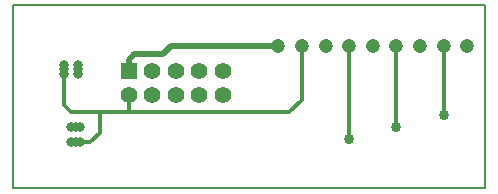
<source format=gbl>
G75*
%MOIN*%
%OFA0B0*%
%FSLAX25Y25*%
%IPPOS*%
%LPD*%
%AMOC8*
5,1,8,0,0,1.08239X$1,22.5*
%
%ADD10C,0.00600*%
%ADD11C,0.05543*%
%ADD12R,0.05543X0.05543*%
%ADD13R,0.03150X0.03150*%
%ADD14C,0.03150*%
%ADD15C,0.04750*%
%ADD16C,0.03175*%
%ADD17C,0.03372*%
%ADD18C,0.01200*%
%ADD19C,0.02000*%
D10*
X0032247Y0013642D02*
X0032247Y0074665D01*
X0189728Y0074665D01*
X0189728Y0013642D01*
X0032247Y0013642D01*
D11*
X0070866Y0044799D03*
X0078740Y0044799D03*
X0086615Y0044799D03*
X0094489Y0044799D03*
X0102363Y0044799D03*
X0102363Y0052673D03*
X0094489Y0052673D03*
X0086615Y0052673D03*
X0078740Y0052673D03*
D12*
X0070866Y0052673D03*
D13*
X0054109Y0053308D03*
X0049189Y0053310D03*
X0053310Y0033984D03*
X0053308Y0029064D03*
D14*
X0054783Y0029064D03*
X0051800Y0029064D03*
X0051802Y0033984D03*
X0054786Y0033984D03*
X0054109Y0051800D03*
X0049189Y0051802D03*
X0049189Y0054786D03*
X0054109Y0054783D03*
D15*
X0120773Y0061257D03*
X0128647Y0061257D03*
X0136521Y0061257D03*
X0144395Y0061257D03*
X0152269Y0061257D03*
X0160143Y0061257D03*
X0168017Y0061257D03*
X0175891Y0061257D03*
X0183765Y0061257D03*
D16*
X0054109Y0053308D03*
X0049189Y0053310D03*
X0053310Y0033984D03*
X0053308Y0029064D03*
D17*
X0144412Y0030169D03*
X0160122Y0034106D03*
X0175947Y0038030D03*
D18*
X0175895Y0038100D02*
X0175895Y0061258D01*
X0160141Y0061266D02*
X0160141Y0034048D01*
X0144441Y0030147D02*
X0144441Y0061212D01*
X0128665Y0061312D02*
X0128665Y0043253D01*
X0124433Y0039021D01*
X0051645Y0039021D01*
X0049168Y0041499D01*
X0049168Y0053262D01*
X0070905Y0044823D02*
X0070905Y0039125D01*
X0061194Y0038986D02*
X0061194Y0032217D01*
X0058033Y0029055D01*
X0053306Y0029055D01*
D19*
X0070892Y0052650D02*
X0070892Y0056613D01*
X0072626Y0058348D01*
X0082290Y0058348D01*
X0085139Y0061197D01*
X0120822Y0061197D01*
M02*

</source>
